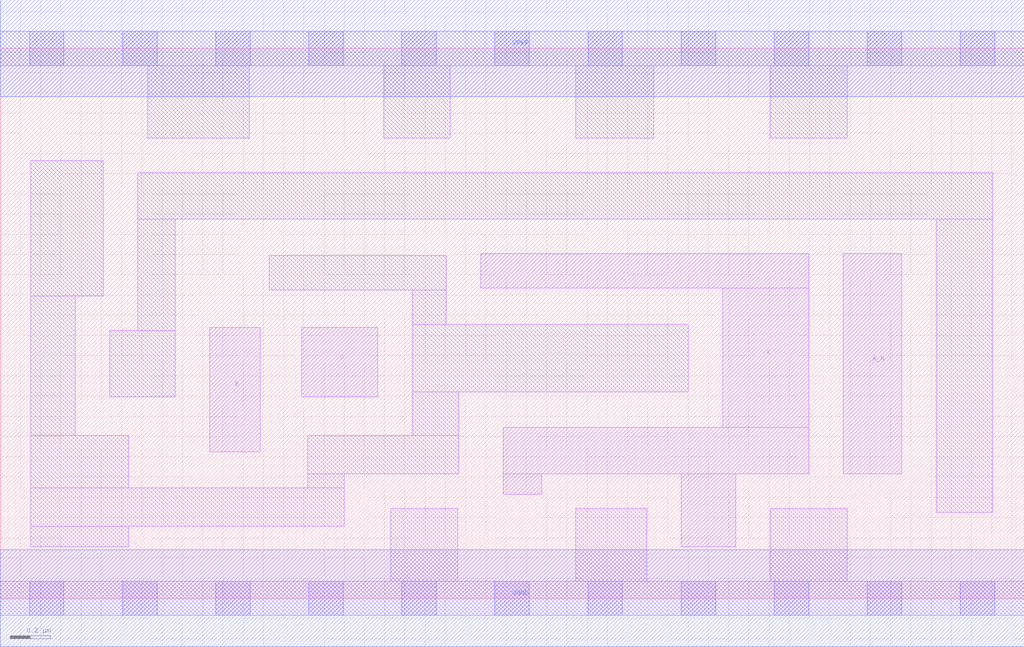
<source format=lef>
# Copyright 2020 The SkyWater PDK Authors
#
# Licensed under the Apache License, Version 2.0 (the "License");
# you may not use this file except in compliance with the License.
# You may obtain a copy of the License at
#
#     https://www.apache.org/licenses/LICENSE-2.0
#
# Unless required by applicable law or agreed to in writing, software
# distributed under the License is distributed on an "AS IS" BASIS,
# WITHOUT WARRANTIES OR CONDITIONS OF ANY KIND, either express or implied.
# See the License for the specific language governing permissions and
# limitations under the License.
#
# SPDX-License-Identifier: Apache-2.0

VERSION 5.7 ;
BUSBITCHARS "[]" ;
DIVIDERCHAR "/" ;
PROPERTYDEFINITIONS
  MACRO maskLayoutSubType STRING ;
  MACRO prCellType STRING ;
  MACRO originalViewName STRING ;
END PROPERTYDEFINITIONS
MACRO sky130_fd_sc_hdll__and3b_4
  ORIGIN  0.000000  0.000000 ;
  CLASS CORE ;
  SYMMETRY X Y R90 ;
  SIZE  5.060000 BY  2.720000 ;
  SITE unithd ;
  PIN A_N
    ANTENNAGATEAREA  0.138600 ;
    DIRECTION INPUT ;
    USE SIGNAL ;
    PORT
      LAYER li1 ;
        RECT 4.165000 0.615000 4.455000 1.705000 ;
    END
  END A_N
  PIN B
    ANTENNAGATEAREA  0.277500 ;
    DIRECTION INPUT ;
    USE SIGNAL ;
    PORT
      LAYER li1 ;
        RECT 1.035000 0.725000 1.285000 1.340000 ;
    END
  END B
  PIN C
    ANTENNAGATEAREA  0.277500 ;
    DIRECTION INPUT ;
    USE SIGNAL ;
    PORT
      LAYER li1 ;
        RECT 1.490000 0.995000 1.865000 1.340000 ;
    END
  END C
  PIN X
    ANTENNADIFFAREA  1.071500 ;
    DIRECTION OUTPUT ;
    USE SIGNAL ;
    PORT
      LAYER li1 ;
        RECT 2.375000 1.535000 3.995000 1.705000 ;
        RECT 2.485000 0.515000 2.675000 0.615000 ;
        RECT 2.485000 0.615000 3.995000 0.845000 ;
        RECT 3.365000 0.255000 3.635000 0.615000 ;
        RECT 3.570000 0.845000 3.995000 1.535000 ;
    END
  END X
  PIN VGND
    DIRECTION INOUT ;
    USE GROUND ;
    PORT
      LAYER met1 ;
        RECT 0.000000 -0.240000 5.060000 0.240000 ;
    END
  END VGND
  PIN VPWR
    DIRECTION INOUT ;
    USE POWER ;
    PORT
      LAYER met1 ;
        RECT 0.000000 2.480000 5.060000 2.960000 ;
    END
  END VPWR
  OBS
    LAYER li1 ;
      RECT 0.000000 -0.085000 5.060000 0.085000 ;
      RECT 0.000000  2.635000 5.060000 2.805000 ;
      RECT 0.150000  0.255000 0.635000 0.355000 ;
      RECT 0.150000  0.355000 1.700000 0.545000 ;
      RECT 0.150000  0.545000 0.635000 0.805000 ;
      RECT 0.150000  0.805000 0.370000 1.495000 ;
      RECT 0.150000  1.495000 0.510000 2.165000 ;
      RECT 0.540000  0.995000 0.865000 1.325000 ;
      RECT 0.680000  1.325000 0.865000 1.875000 ;
      RECT 0.680000  1.875000 4.905000 2.105000 ;
      RECT 0.730000  2.275000 1.230000 2.635000 ;
      RECT 1.330000  1.525000 2.205000 1.695000 ;
      RECT 1.520000  0.545000 1.700000 0.615000 ;
      RECT 1.520000  0.615000 2.265000 0.805000 ;
      RECT 1.895000  2.275000 2.225000 2.635000 ;
      RECT 1.930000  0.085000 2.260000 0.445000 ;
      RECT 2.035000  0.805000 2.265000 1.020000 ;
      RECT 2.035000  1.020000 3.400000 1.355000 ;
      RECT 2.035000  1.355000 2.205000 1.525000 ;
      RECT 2.845000  0.085000 3.195000 0.445000 ;
      RECT 2.845000  2.275000 3.230000 2.635000 ;
      RECT 3.805000  0.085000 4.185000 0.445000 ;
      RECT 3.805000  2.275000 4.185000 2.635000 ;
      RECT 4.625000  0.425000 4.905000 1.875000 ;
    LAYER mcon ;
      RECT 0.145000 -0.085000 0.315000 0.085000 ;
      RECT 0.145000  2.635000 0.315000 2.805000 ;
      RECT 0.605000 -0.085000 0.775000 0.085000 ;
      RECT 0.605000  2.635000 0.775000 2.805000 ;
      RECT 1.065000 -0.085000 1.235000 0.085000 ;
      RECT 1.065000  2.635000 1.235000 2.805000 ;
      RECT 1.525000 -0.085000 1.695000 0.085000 ;
      RECT 1.525000  2.635000 1.695000 2.805000 ;
      RECT 1.985000 -0.085000 2.155000 0.085000 ;
      RECT 1.985000  2.635000 2.155000 2.805000 ;
      RECT 2.445000 -0.085000 2.615000 0.085000 ;
      RECT 2.445000  2.635000 2.615000 2.805000 ;
      RECT 2.905000 -0.085000 3.075000 0.085000 ;
      RECT 2.905000  2.635000 3.075000 2.805000 ;
      RECT 3.365000 -0.085000 3.535000 0.085000 ;
      RECT 3.365000  2.635000 3.535000 2.805000 ;
      RECT 3.825000 -0.085000 3.995000 0.085000 ;
      RECT 3.825000  2.635000 3.995000 2.805000 ;
      RECT 4.285000 -0.085000 4.455000 0.085000 ;
      RECT 4.285000  2.635000 4.455000 2.805000 ;
      RECT 4.745000 -0.085000 4.915000 0.085000 ;
      RECT 4.745000  2.635000 4.915000 2.805000 ;
  END
  PROPERTY maskLayoutSubType "abstract" ;
  PROPERTY prCellType "standard" ;
  PROPERTY originalViewName "layout" ;
END sky130_fd_sc_hdll__and3b_4
END LIBRARY

</source>
